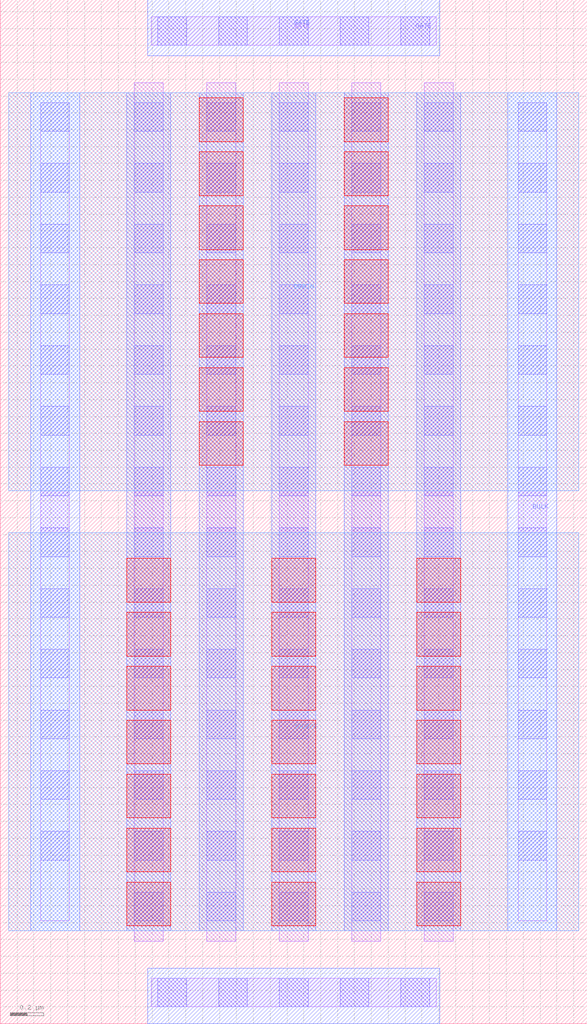
<source format=lef>
# Copyright 2020 The SkyWater PDK Authors
#
# Licensed under the Apache License, Version 2.0 (the "License");
# you may not use this file except in compliance with the License.
# You may obtain a copy of the License at
#
#     https://www.apache.org/licenses/LICENSE-2.0
#
# Unless required by applicable law or agreed to in writing, software
# distributed under the License is distributed on an "AS IS" BASIS,
# WITHOUT WARRANTIES OR CONDITIONS OF ANY KIND, either express or implied.
# See the License for the specific language governing permissions and
# limitations under the License.
#
# SPDX-License-Identifier: Apache-2.0

VERSION 5.7 ;
  NOWIREEXTENSIONATPIN ON ;
  DIVIDERCHAR "/" ;
  BUSBITCHARS "[]" ;
MACRO sky130_fd_pr__rf_pfet_01v8_aM04W5p00L0p15
  CLASS BLOCK ;
  FOREIGN sky130_fd_pr__rf_pfet_01v8_aM04W5p00L0p15 ;
  ORIGIN  0.000000  0.000000 ;
  SIZE  3.480000 BY  6.070000 ;
  PIN BULK
    ANTENNADIFFAREA  2.929000 ;
    PORT
      LAYER met1 ;
        RECT 0.180000 0.550000 0.470000 5.520000 ;
        RECT 3.010000 0.550000 3.300000 5.520000 ;
    END
  END BULK
  PIN DRAIN
    ANTENNADIFFAREA  2.828000 ;
    PORT
      LAYER met2 ;
        RECT 0.050000 3.160000 3.430000 5.520000 ;
    END
  END DRAIN
  PIN GATE
    ANTENNAGATEAREA  3.030000 ;
    PORT
      LAYER li1 ;
        RECT 0.895000 0.100000 2.585000 0.270000 ;
        RECT 0.895000 5.800000 2.585000 5.970000 ;
      LAYER mcon ;
        RECT 0.935000 0.100000 1.105000 0.270000 ;
        RECT 0.935000 5.800000 1.105000 5.970000 ;
        RECT 1.295000 0.100000 1.465000 0.270000 ;
        RECT 1.295000 5.800000 1.465000 5.970000 ;
        RECT 1.655000 0.100000 1.825000 0.270000 ;
        RECT 1.655000 5.800000 1.825000 5.970000 ;
        RECT 2.015000 0.100000 2.185000 0.270000 ;
        RECT 2.015000 5.800000 2.185000 5.970000 ;
        RECT 2.375000 0.100000 2.545000 0.270000 ;
        RECT 2.375000 5.800000 2.545000 5.970000 ;
    END
    PORT
      LAYER met1 ;
        RECT 0.875000 0.000000 2.605000 0.330000 ;
        RECT 0.875000 5.740000 2.605000 6.070000 ;
    END
  END GATE
  PIN SOURCE
    ANTENNADIFFAREA  4.242000 ;
    PORT
      LAYER met2 ;
        RECT 0.050000 0.550000 3.430000 2.910000 ;
    END
  END SOURCE
  OBS
    LAYER li1 ;
      RECT 0.240000 0.610000 0.410000 5.460000 ;
      RECT 0.795000 0.490000 0.965000 5.580000 ;
      RECT 1.225000 0.490000 1.395000 5.580000 ;
      RECT 1.655000 0.490000 1.825000 5.580000 ;
      RECT 2.085000 0.490000 2.255000 5.580000 ;
      RECT 2.515000 0.490000 2.685000 5.580000 ;
      RECT 3.070000 0.610000 3.240000 5.460000 ;
    LAYER mcon ;
      RECT 0.240000 0.970000 0.410000 1.140000 ;
      RECT 0.240000 1.330000 0.410000 1.500000 ;
      RECT 0.240000 1.690000 0.410000 1.860000 ;
      RECT 0.240000 2.050000 0.410000 2.220000 ;
      RECT 0.240000 2.410000 0.410000 2.580000 ;
      RECT 0.240000 2.770000 0.410000 2.940000 ;
      RECT 0.240000 3.130000 0.410000 3.300000 ;
      RECT 0.240000 3.490000 0.410000 3.660000 ;
      RECT 0.240000 3.850000 0.410000 4.020000 ;
      RECT 0.240000 4.210000 0.410000 4.380000 ;
      RECT 0.240000 4.570000 0.410000 4.740000 ;
      RECT 0.240000 4.930000 0.410000 5.100000 ;
      RECT 0.240000 5.290000 0.410000 5.460000 ;
      RECT 0.795000 0.610000 0.965000 0.780000 ;
      RECT 0.795000 0.970000 0.965000 1.140000 ;
      RECT 0.795000 1.330000 0.965000 1.500000 ;
      RECT 0.795000 1.690000 0.965000 1.860000 ;
      RECT 0.795000 2.050000 0.965000 2.220000 ;
      RECT 0.795000 2.410000 0.965000 2.580000 ;
      RECT 0.795000 2.770000 0.965000 2.940000 ;
      RECT 0.795000 3.130000 0.965000 3.300000 ;
      RECT 0.795000 3.490000 0.965000 3.660000 ;
      RECT 0.795000 3.850000 0.965000 4.020000 ;
      RECT 0.795000 4.210000 0.965000 4.380000 ;
      RECT 0.795000 4.570000 0.965000 4.740000 ;
      RECT 0.795000 4.930000 0.965000 5.100000 ;
      RECT 0.795000 5.290000 0.965000 5.460000 ;
      RECT 1.225000 0.610000 1.395000 0.780000 ;
      RECT 1.225000 0.970000 1.395000 1.140000 ;
      RECT 1.225000 1.330000 1.395000 1.500000 ;
      RECT 1.225000 1.690000 1.395000 1.860000 ;
      RECT 1.225000 2.050000 1.395000 2.220000 ;
      RECT 1.225000 2.410000 1.395000 2.580000 ;
      RECT 1.225000 2.770000 1.395000 2.940000 ;
      RECT 1.225000 3.130000 1.395000 3.300000 ;
      RECT 1.225000 3.490000 1.395000 3.660000 ;
      RECT 1.225000 3.850000 1.395000 4.020000 ;
      RECT 1.225000 4.210000 1.395000 4.380000 ;
      RECT 1.225000 4.570000 1.395000 4.740000 ;
      RECT 1.225000 4.930000 1.395000 5.100000 ;
      RECT 1.225000 5.290000 1.395000 5.460000 ;
      RECT 1.655000 0.610000 1.825000 0.780000 ;
      RECT 1.655000 0.970000 1.825000 1.140000 ;
      RECT 1.655000 1.330000 1.825000 1.500000 ;
      RECT 1.655000 1.690000 1.825000 1.860000 ;
      RECT 1.655000 2.050000 1.825000 2.220000 ;
      RECT 1.655000 2.410000 1.825000 2.580000 ;
      RECT 1.655000 2.770000 1.825000 2.940000 ;
      RECT 1.655000 3.130000 1.825000 3.300000 ;
      RECT 1.655000 3.490000 1.825000 3.660000 ;
      RECT 1.655000 3.850000 1.825000 4.020000 ;
      RECT 1.655000 4.210000 1.825000 4.380000 ;
      RECT 1.655000 4.570000 1.825000 4.740000 ;
      RECT 1.655000 4.930000 1.825000 5.100000 ;
      RECT 1.655000 5.290000 1.825000 5.460000 ;
      RECT 2.085000 0.610000 2.255000 0.780000 ;
      RECT 2.085000 0.970000 2.255000 1.140000 ;
      RECT 2.085000 1.330000 2.255000 1.500000 ;
      RECT 2.085000 1.690000 2.255000 1.860000 ;
      RECT 2.085000 2.050000 2.255000 2.220000 ;
      RECT 2.085000 2.410000 2.255000 2.580000 ;
      RECT 2.085000 2.770000 2.255000 2.940000 ;
      RECT 2.085000 3.130000 2.255000 3.300000 ;
      RECT 2.085000 3.490000 2.255000 3.660000 ;
      RECT 2.085000 3.850000 2.255000 4.020000 ;
      RECT 2.085000 4.210000 2.255000 4.380000 ;
      RECT 2.085000 4.570000 2.255000 4.740000 ;
      RECT 2.085000 4.930000 2.255000 5.100000 ;
      RECT 2.085000 5.290000 2.255000 5.460000 ;
      RECT 2.515000 0.610000 2.685000 0.780000 ;
      RECT 2.515000 0.970000 2.685000 1.140000 ;
      RECT 2.515000 1.330000 2.685000 1.500000 ;
      RECT 2.515000 1.690000 2.685000 1.860000 ;
      RECT 2.515000 2.050000 2.685000 2.220000 ;
      RECT 2.515000 2.410000 2.685000 2.580000 ;
      RECT 2.515000 2.770000 2.685000 2.940000 ;
      RECT 2.515000 3.130000 2.685000 3.300000 ;
      RECT 2.515000 3.490000 2.685000 3.660000 ;
      RECT 2.515000 3.850000 2.685000 4.020000 ;
      RECT 2.515000 4.210000 2.685000 4.380000 ;
      RECT 2.515000 4.570000 2.685000 4.740000 ;
      RECT 2.515000 4.930000 2.685000 5.100000 ;
      RECT 2.515000 5.290000 2.685000 5.460000 ;
      RECT 3.070000 0.970000 3.240000 1.140000 ;
      RECT 3.070000 1.330000 3.240000 1.500000 ;
      RECT 3.070000 1.690000 3.240000 1.860000 ;
      RECT 3.070000 2.050000 3.240000 2.220000 ;
      RECT 3.070000 2.410000 3.240000 2.580000 ;
      RECT 3.070000 2.770000 3.240000 2.940000 ;
      RECT 3.070000 3.130000 3.240000 3.300000 ;
      RECT 3.070000 3.490000 3.240000 3.660000 ;
      RECT 3.070000 3.850000 3.240000 4.020000 ;
      RECT 3.070000 4.210000 3.240000 4.380000 ;
      RECT 3.070000 4.570000 3.240000 4.740000 ;
      RECT 3.070000 4.930000 3.240000 5.100000 ;
      RECT 3.070000 5.290000 3.240000 5.460000 ;
    LAYER met1 ;
      RECT 0.750000 0.550000 1.010000 5.520000 ;
      RECT 1.180000 0.550000 1.440000 5.520000 ;
      RECT 1.610000 0.550000 1.870000 5.520000 ;
      RECT 2.040000 0.550000 2.300000 5.520000 ;
      RECT 2.470000 0.550000 2.730000 5.520000 ;
    LAYER via ;
      RECT 0.750000 0.580000 1.010000 0.840000 ;
      RECT 0.750000 0.900000 1.010000 1.160000 ;
      RECT 0.750000 1.220000 1.010000 1.480000 ;
      RECT 0.750000 1.540000 1.010000 1.800000 ;
      RECT 0.750000 1.860000 1.010000 2.120000 ;
      RECT 0.750000 2.180000 1.010000 2.440000 ;
      RECT 0.750000 2.500000 1.010000 2.760000 ;
      RECT 1.180000 3.310000 1.440000 3.570000 ;
      RECT 1.180000 3.630000 1.440000 3.890000 ;
      RECT 1.180000 3.950000 1.440000 4.210000 ;
      RECT 1.180000 4.270000 1.440000 4.530000 ;
      RECT 1.180000 4.590000 1.440000 4.850000 ;
      RECT 1.180000 4.910000 1.440000 5.170000 ;
      RECT 1.180000 5.230000 1.440000 5.490000 ;
      RECT 1.610000 0.580000 1.870000 0.840000 ;
      RECT 1.610000 0.900000 1.870000 1.160000 ;
      RECT 1.610000 1.220000 1.870000 1.480000 ;
      RECT 1.610000 1.540000 1.870000 1.800000 ;
      RECT 1.610000 1.860000 1.870000 2.120000 ;
      RECT 1.610000 2.180000 1.870000 2.440000 ;
      RECT 1.610000 2.500000 1.870000 2.760000 ;
      RECT 2.040000 3.310000 2.300000 3.570000 ;
      RECT 2.040000 3.630000 2.300000 3.890000 ;
      RECT 2.040000 3.950000 2.300000 4.210000 ;
      RECT 2.040000 4.270000 2.300000 4.530000 ;
      RECT 2.040000 4.590000 2.300000 4.850000 ;
      RECT 2.040000 4.910000 2.300000 5.170000 ;
      RECT 2.040000 5.230000 2.300000 5.490000 ;
      RECT 2.470000 0.580000 2.730000 0.840000 ;
      RECT 2.470000 0.900000 2.730000 1.160000 ;
      RECT 2.470000 1.220000 2.730000 1.480000 ;
      RECT 2.470000 1.540000 2.730000 1.800000 ;
      RECT 2.470000 1.860000 2.730000 2.120000 ;
      RECT 2.470000 2.180000 2.730000 2.440000 ;
      RECT 2.470000 2.500000 2.730000 2.760000 ;
  END
END sky130_fd_pr__rf_pfet_01v8_aM04W5p00L0p15
END LIBRARY

</source>
